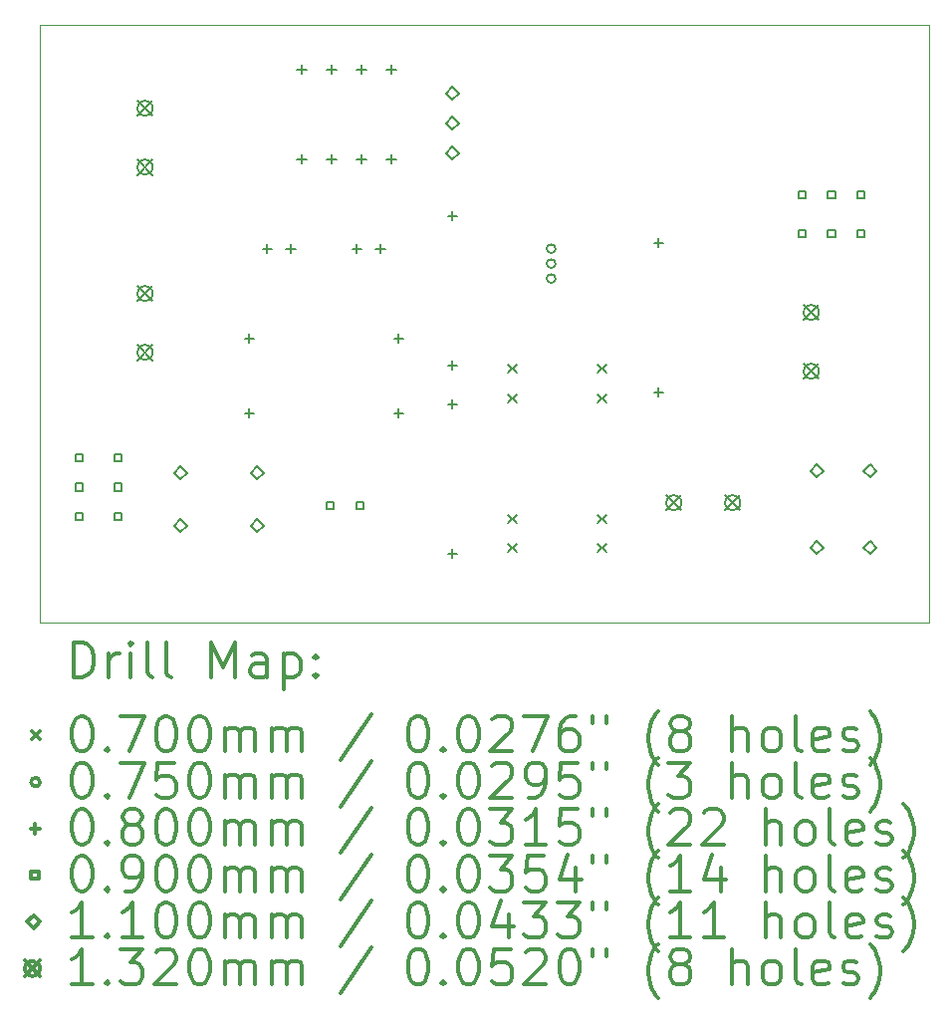
<source format=gbr>
%FSLAX45Y45*%
G04 Gerber Fmt 4.5, Leading zero omitted, Abs format (unit mm)*
G04 Created by KiCad (PCBNEW (5.1.10)-1) date 2021-10-13 19:13:32*
%MOMM*%
%LPD*%
G01*
G04 APERTURE LIST*
%TA.AperFunction,Profile*%
%ADD10C,0.050000*%
%TD*%
%ADD11C,0.200000*%
%ADD12C,0.300000*%
G04 APERTURE END LIST*
D10*
X17462500Y-6350000D02*
X9906000Y-6350000D01*
X17462500Y-11430000D02*
X17462500Y-6350000D01*
X9906000Y-11430000D02*
X17462500Y-11430000D01*
X9906000Y-6350000D02*
X9906000Y-11430000D01*
D11*
X13884200Y-9236000D02*
X13954200Y-9306000D01*
X13954200Y-9236000D02*
X13884200Y-9306000D01*
X13884200Y-9490000D02*
X13954200Y-9560000D01*
X13954200Y-9490000D02*
X13884200Y-9560000D01*
X13884200Y-10516000D02*
X13954200Y-10586000D01*
X13954200Y-10516000D02*
X13884200Y-10586000D01*
X13884200Y-10760000D02*
X13954200Y-10830000D01*
X13954200Y-10760000D02*
X13884200Y-10830000D01*
X14646200Y-9236000D02*
X14716200Y-9306000D01*
X14716200Y-9236000D02*
X14646200Y-9306000D01*
X14646200Y-9490000D02*
X14716200Y-9560000D01*
X14716200Y-9490000D02*
X14646200Y-9560000D01*
X14646200Y-10516000D02*
X14716200Y-10586000D01*
X14716200Y-10516000D02*
X14646200Y-10586000D01*
X14646200Y-10760000D02*
X14716200Y-10830000D01*
X14716200Y-10760000D02*
X14646200Y-10830000D01*
X14286900Y-8255000D02*
G75*
G03*
X14286900Y-8255000I-37500J0D01*
G01*
X14286900Y-8382000D02*
G75*
G03*
X14286900Y-8382000I-37500J0D01*
G01*
X14286900Y-8509000D02*
G75*
G03*
X14286900Y-8509000I-37500J0D01*
G01*
X11684000Y-8977000D02*
X11684000Y-9057000D01*
X11644000Y-9017000D02*
X11724000Y-9017000D01*
X11684000Y-9612000D02*
X11684000Y-9692000D01*
X11644000Y-9652000D02*
X11724000Y-9652000D01*
X11836400Y-8215000D02*
X11836400Y-8295000D01*
X11796400Y-8255000D02*
X11876400Y-8255000D01*
X12036400Y-8215000D02*
X12036400Y-8295000D01*
X11996400Y-8255000D02*
X12076400Y-8255000D01*
X12128500Y-6691000D02*
X12128500Y-6771000D01*
X12088500Y-6731000D02*
X12168500Y-6731000D01*
X12128500Y-7453000D02*
X12128500Y-7533000D01*
X12088500Y-7493000D02*
X12168500Y-7493000D01*
X12382500Y-6691000D02*
X12382500Y-6771000D01*
X12342500Y-6731000D02*
X12422500Y-6731000D01*
X12382500Y-7453000D02*
X12382500Y-7533000D01*
X12342500Y-7493000D02*
X12422500Y-7493000D01*
X12598400Y-8215000D02*
X12598400Y-8295000D01*
X12558400Y-8255000D02*
X12638400Y-8255000D01*
X12636500Y-6691000D02*
X12636500Y-6771000D01*
X12596500Y-6731000D02*
X12676500Y-6731000D01*
X12636500Y-7453000D02*
X12636500Y-7533000D01*
X12596500Y-7493000D02*
X12676500Y-7493000D01*
X12798400Y-8215000D02*
X12798400Y-8295000D01*
X12758400Y-8255000D02*
X12838400Y-8255000D01*
X12890500Y-6691000D02*
X12890500Y-6771000D01*
X12850500Y-6731000D02*
X12930500Y-6731000D01*
X12890500Y-7453000D02*
X12890500Y-7533000D01*
X12850500Y-7493000D02*
X12930500Y-7493000D01*
X12954000Y-8977000D02*
X12954000Y-9057000D01*
X12914000Y-9017000D02*
X12994000Y-9017000D01*
X12954000Y-9612000D02*
X12954000Y-9692000D01*
X12914000Y-9652000D02*
X12994000Y-9652000D01*
X13411200Y-7935600D02*
X13411200Y-8015600D01*
X13371200Y-7975600D02*
X13451200Y-7975600D01*
X13411200Y-9205600D02*
X13411200Y-9285600D01*
X13371200Y-9245600D02*
X13451200Y-9245600D01*
X13411200Y-9535800D02*
X13411200Y-9615800D01*
X13371200Y-9575800D02*
X13451200Y-9575800D01*
X13411200Y-10805800D02*
X13411200Y-10885800D01*
X13371200Y-10845800D02*
X13451200Y-10845800D01*
X15163800Y-8164200D02*
X15163800Y-8244200D01*
X15123800Y-8204200D02*
X15203800Y-8204200D01*
X15163800Y-9434200D02*
X15163800Y-9514200D01*
X15123800Y-9474200D02*
X15203800Y-9474200D01*
X10268220Y-10064820D02*
X10268220Y-10001180D01*
X10204580Y-10001180D01*
X10204580Y-10064820D01*
X10268220Y-10064820D01*
X10268220Y-10314820D02*
X10268220Y-10251180D01*
X10204580Y-10251180D01*
X10204580Y-10314820D01*
X10268220Y-10314820D01*
X10268220Y-10564820D02*
X10268220Y-10501180D01*
X10204580Y-10501180D01*
X10204580Y-10564820D01*
X10268220Y-10564820D01*
X10598220Y-10064820D02*
X10598220Y-10001180D01*
X10534580Y-10001180D01*
X10534580Y-10064820D01*
X10598220Y-10064820D01*
X10598220Y-10314820D02*
X10598220Y-10251180D01*
X10534580Y-10251180D01*
X10534580Y-10314820D01*
X10598220Y-10314820D01*
X10598220Y-10564820D02*
X10598220Y-10501180D01*
X10534580Y-10501180D01*
X10534580Y-10564820D01*
X10598220Y-10564820D01*
X12401620Y-10471220D02*
X12401620Y-10407580D01*
X12337980Y-10407580D01*
X12337980Y-10471220D01*
X12401620Y-10471220D01*
X12655620Y-10471220D02*
X12655620Y-10407580D01*
X12591980Y-10407580D01*
X12591980Y-10471220D01*
X12655620Y-10471220D01*
X16414820Y-7829620D02*
X16414820Y-7765980D01*
X16351180Y-7765980D01*
X16351180Y-7829620D01*
X16414820Y-7829620D01*
X16414820Y-8159620D02*
X16414820Y-8095980D01*
X16351180Y-8095980D01*
X16351180Y-8159620D01*
X16414820Y-8159620D01*
X16664820Y-7829620D02*
X16664820Y-7765980D01*
X16601180Y-7765980D01*
X16601180Y-7829620D01*
X16664820Y-7829620D01*
X16664820Y-8159620D02*
X16664820Y-8095980D01*
X16601180Y-8095980D01*
X16601180Y-8159620D01*
X16664820Y-8159620D01*
X16914820Y-7829620D02*
X16914820Y-7765980D01*
X16851180Y-7765980D01*
X16851180Y-7829620D01*
X16914820Y-7829620D01*
X16914820Y-8159620D02*
X16914820Y-8095980D01*
X16851180Y-8095980D01*
X16851180Y-8159620D01*
X16914820Y-8159620D01*
X11099800Y-10215000D02*
X11154800Y-10160000D01*
X11099800Y-10105000D01*
X11044800Y-10160000D01*
X11099800Y-10215000D01*
X11099800Y-10665000D02*
X11154800Y-10610000D01*
X11099800Y-10555000D01*
X11044800Y-10610000D01*
X11099800Y-10665000D01*
X11749800Y-10215000D02*
X11804800Y-10160000D01*
X11749800Y-10105000D01*
X11694800Y-10160000D01*
X11749800Y-10215000D01*
X11749800Y-10665000D02*
X11804800Y-10610000D01*
X11749800Y-10555000D01*
X11694800Y-10610000D01*
X11749800Y-10665000D01*
X13411200Y-6989200D02*
X13466200Y-6934200D01*
X13411200Y-6879200D01*
X13356200Y-6934200D01*
X13411200Y-6989200D01*
X13411200Y-7243200D02*
X13466200Y-7188200D01*
X13411200Y-7133200D01*
X13356200Y-7188200D01*
X13411200Y-7243200D01*
X13411200Y-7497200D02*
X13466200Y-7442200D01*
X13411200Y-7387200D01*
X13356200Y-7442200D01*
X13411200Y-7497200D01*
X16510000Y-10200000D02*
X16565000Y-10145000D01*
X16510000Y-10090000D01*
X16455000Y-10145000D01*
X16510000Y-10200000D01*
X16510000Y-10850000D02*
X16565000Y-10795000D01*
X16510000Y-10740000D01*
X16455000Y-10795000D01*
X16510000Y-10850000D01*
X16960000Y-10200000D02*
X17015000Y-10145000D01*
X16960000Y-10090000D01*
X16905000Y-10145000D01*
X16960000Y-10200000D01*
X16960000Y-10850000D02*
X17015000Y-10795000D01*
X16960000Y-10740000D01*
X16905000Y-10795000D01*
X16960000Y-10850000D01*
X10729000Y-6995200D02*
X10861000Y-7127200D01*
X10861000Y-6995200D02*
X10729000Y-7127200D01*
X10861000Y-7061200D02*
G75*
G03*
X10861000Y-7061200I-66000J0D01*
G01*
X10729000Y-7495200D02*
X10861000Y-7627200D01*
X10861000Y-7495200D02*
X10729000Y-7627200D01*
X10861000Y-7561200D02*
G75*
G03*
X10861000Y-7561200I-66000J0D01*
G01*
X10729000Y-8570000D02*
X10861000Y-8702000D01*
X10861000Y-8570000D02*
X10729000Y-8702000D01*
X10861000Y-8636000D02*
G75*
G03*
X10861000Y-8636000I-66000J0D01*
G01*
X10729000Y-9070000D02*
X10861000Y-9202000D01*
X10861000Y-9070000D02*
X10729000Y-9202000D01*
X10861000Y-9136000D02*
G75*
G03*
X10861000Y-9136000I-66000J0D01*
G01*
X15224800Y-10348000D02*
X15356800Y-10480000D01*
X15356800Y-10348000D02*
X15224800Y-10480000D01*
X15356800Y-10414000D02*
G75*
G03*
X15356800Y-10414000I-66000J0D01*
G01*
X15724800Y-10348000D02*
X15856800Y-10480000D01*
X15856800Y-10348000D02*
X15724800Y-10480000D01*
X15856800Y-10414000D02*
G75*
G03*
X15856800Y-10414000I-66000J0D01*
G01*
X16393200Y-8730400D02*
X16525200Y-8862400D01*
X16525200Y-8730400D02*
X16393200Y-8862400D01*
X16525200Y-8796400D02*
G75*
G03*
X16525200Y-8796400I-66000J0D01*
G01*
X16393200Y-9230400D02*
X16525200Y-9362400D01*
X16525200Y-9230400D02*
X16393200Y-9362400D01*
X16525200Y-9296400D02*
G75*
G03*
X16525200Y-9296400I-66000J0D01*
G01*
D12*
X10189928Y-11898214D02*
X10189928Y-11598214D01*
X10261357Y-11598214D01*
X10304214Y-11612500D01*
X10332786Y-11641071D01*
X10347071Y-11669643D01*
X10361357Y-11726786D01*
X10361357Y-11769643D01*
X10347071Y-11826786D01*
X10332786Y-11855357D01*
X10304214Y-11883929D01*
X10261357Y-11898214D01*
X10189928Y-11898214D01*
X10489928Y-11898214D02*
X10489928Y-11698214D01*
X10489928Y-11755357D02*
X10504214Y-11726786D01*
X10518500Y-11712500D01*
X10547071Y-11698214D01*
X10575643Y-11698214D01*
X10675643Y-11898214D02*
X10675643Y-11698214D01*
X10675643Y-11598214D02*
X10661357Y-11612500D01*
X10675643Y-11626786D01*
X10689928Y-11612500D01*
X10675643Y-11598214D01*
X10675643Y-11626786D01*
X10861357Y-11898214D02*
X10832786Y-11883929D01*
X10818500Y-11855357D01*
X10818500Y-11598214D01*
X11018500Y-11898214D02*
X10989928Y-11883929D01*
X10975643Y-11855357D01*
X10975643Y-11598214D01*
X11361357Y-11898214D02*
X11361357Y-11598214D01*
X11461357Y-11812500D01*
X11561357Y-11598214D01*
X11561357Y-11898214D01*
X11832786Y-11898214D02*
X11832786Y-11741071D01*
X11818500Y-11712500D01*
X11789928Y-11698214D01*
X11732786Y-11698214D01*
X11704214Y-11712500D01*
X11832786Y-11883929D02*
X11804214Y-11898214D01*
X11732786Y-11898214D01*
X11704214Y-11883929D01*
X11689928Y-11855357D01*
X11689928Y-11826786D01*
X11704214Y-11798214D01*
X11732786Y-11783929D01*
X11804214Y-11783929D01*
X11832786Y-11769643D01*
X11975643Y-11698214D02*
X11975643Y-11998214D01*
X11975643Y-11712500D02*
X12004214Y-11698214D01*
X12061357Y-11698214D01*
X12089928Y-11712500D01*
X12104214Y-11726786D01*
X12118500Y-11755357D01*
X12118500Y-11841071D01*
X12104214Y-11869643D01*
X12089928Y-11883929D01*
X12061357Y-11898214D01*
X12004214Y-11898214D01*
X11975643Y-11883929D01*
X12247071Y-11869643D02*
X12261357Y-11883929D01*
X12247071Y-11898214D01*
X12232786Y-11883929D01*
X12247071Y-11869643D01*
X12247071Y-11898214D01*
X12247071Y-11712500D02*
X12261357Y-11726786D01*
X12247071Y-11741071D01*
X12232786Y-11726786D01*
X12247071Y-11712500D01*
X12247071Y-11741071D01*
X9833500Y-12357500D02*
X9903500Y-12427500D01*
X9903500Y-12357500D02*
X9833500Y-12427500D01*
X10247071Y-12228214D02*
X10275643Y-12228214D01*
X10304214Y-12242500D01*
X10318500Y-12256786D01*
X10332786Y-12285357D01*
X10347071Y-12342500D01*
X10347071Y-12413929D01*
X10332786Y-12471071D01*
X10318500Y-12499643D01*
X10304214Y-12513929D01*
X10275643Y-12528214D01*
X10247071Y-12528214D01*
X10218500Y-12513929D01*
X10204214Y-12499643D01*
X10189928Y-12471071D01*
X10175643Y-12413929D01*
X10175643Y-12342500D01*
X10189928Y-12285357D01*
X10204214Y-12256786D01*
X10218500Y-12242500D01*
X10247071Y-12228214D01*
X10475643Y-12499643D02*
X10489928Y-12513929D01*
X10475643Y-12528214D01*
X10461357Y-12513929D01*
X10475643Y-12499643D01*
X10475643Y-12528214D01*
X10589928Y-12228214D02*
X10789928Y-12228214D01*
X10661357Y-12528214D01*
X10961357Y-12228214D02*
X10989928Y-12228214D01*
X11018500Y-12242500D01*
X11032786Y-12256786D01*
X11047071Y-12285357D01*
X11061357Y-12342500D01*
X11061357Y-12413929D01*
X11047071Y-12471071D01*
X11032786Y-12499643D01*
X11018500Y-12513929D01*
X10989928Y-12528214D01*
X10961357Y-12528214D01*
X10932786Y-12513929D01*
X10918500Y-12499643D01*
X10904214Y-12471071D01*
X10889928Y-12413929D01*
X10889928Y-12342500D01*
X10904214Y-12285357D01*
X10918500Y-12256786D01*
X10932786Y-12242500D01*
X10961357Y-12228214D01*
X11247071Y-12228214D02*
X11275643Y-12228214D01*
X11304214Y-12242500D01*
X11318500Y-12256786D01*
X11332786Y-12285357D01*
X11347071Y-12342500D01*
X11347071Y-12413929D01*
X11332786Y-12471071D01*
X11318500Y-12499643D01*
X11304214Y-12513929D01*
X11275643Y-12528214D01*
X11247071Y-12528214D01*
X11218500Y-12513929D01*
X11204214Y-12499643D01*
X11189928Y-12471071D01*
X11175643Y-12413929D01*
X11175643Y-12342500D01*
X11189928Y-12285357D01*
X11204214Y-12256786D01*
X11218500Y-12242500D01*
X11247071Y-12228214D01*
X11475643Y-12528214D02*
X11475643Y-12328214D01*
X11475643Y-12356786D02*
X11489928Y-12342500D01*
X11518500Y-12328214D01*
X11561357Y-12328214D01*
X11589928Y-12342500D01*
X11604214Y-12371071D01*
X11604214Y-12528214D01*
X11604214Y-12371071D02*
X11618500Y-12342500D01*
X11647071Y-12328214D01*
X11689928Y-12328214D01*
X11718500Y-12342500D01*
X11732786Y-12371071D01*
X11732786Y-12528214D01*
X11875643Y-12528214D02*
X11875643Y-12328214D01*
X11875643Y-12356786D02*
X11889928Y-12342500D01*
X11918500Y-12328214D01*
X11961357Y-12328214D01*
X11989928Y-12342500D01*
X12004214Y-12371071D01*
X12004214Y-12528214D01*
X12004214Y-12371071D02*
X12018500Y-12342500D01*
X12047071Y-12328214D01*
X12089928Y-12328214D01*
X12118500Y-12342500D01*
X12132786Y-12371071D01*
X12132786Y-12528214D01*
X12718500Y-12213929D02*
X12461357Y-12599643D01*
X13104214Y-12228214D02*
X13132786Y-12228214D01*
X13161357Y-12242500D01*
X13175643Y-12256786D01*
X13189928Y-12285357D01*
X13204214Y-12342500D01*
X13204214Y-12413929D01*
X13189928Y-12471071D01*
X13175643Y-12499643D01*
X13161357Y-12513929D01*
X13132786Y-12528214D01*
X13104214Y-12528214D01*
X13075643Y-12513929D01*
X13061357Y-12499643D01*
X13047071Y-12471071D01*
X13032786Y-12413929D01*
X13032786Y-12342500D01*
X13047071Y-12285357D01*
X13061357Y-12256786D01*
X13075643Y-12242500D01*
X13104214Y-12228214D01*
X13332786Y-12499643D02*
X13347071Y-12513929D01*
X13332786Y-12528214D01*
X13318500Y-12513929D01*
X13332786Y-12499643D01*
X13332786Y-12528214D01*
X13532786Y-12228214D02*
X13561357Y-12228214D01*
X13589928Y-12242500D01*
X13604214Y-12256786D01*
X13618500Y-12285357D01*
X13632786Y-12342500D01*
X13632786Y-12413929D01*
X13618500Y-12471071D01*
X13604214Y-12499643D01*
X13589928Y-12513929D01*
X13561357Y-12528214D01*
X13532786Y-12528214D01*
X13504214Y-12513929D01*
X13489928Y-12499643D01*
X13475643Y-12471071D01*
X13461357Y-12413929D01*
X13461357Y-12342500D01*
X13475643Y-12285357D01*
X13489928Y-12256786D01*
X13504214Y-12242500D01*
X13532786Y-12228214D01*
X13747071Y-12256786D02*
X13761357Y-12242500D01*
X13789928Y-12228214D01*
X13861357Y-12228214D01*
X13889928Y-12242500D01*
X13904214Y-12256786D01*
X13918500Y-12285357D01*
X13918500Y-12313929D01*
X13904214Y-12356786D01*
X13732786Y-12528214D01*
X13918500Y-12528214D01*
X14018500Y-12228214D02*
X14218500Y-12228214D01*
X14089928Y-12528214D01*
X14461357Y-12228214D02*
X14404214Y-12228214D01*
X14375643Y-12242500D01*
X14361357Y-12256786D01*
X14332786Y-12299643D01*
X14318500Y-12356786D01*
X14318500Y-12471071D01*
X14332786Y-12499643D01*
X14347071Y-12513929D01*
X14375643Y-12528214D01*
X14432786Y-12528214D01*
X14461357Y-12513929D01*
X14475643Y-12499643D01*
X14489928Y-12471071D01*
X14489928Y-12399643D01*
X14475643Y-12371071D01*
X14461357Y-12356786D01*
X14432786Y-12342500D01*
X14375643Y-12342500D01*
X14347071Y-12356786D01*
X14332786Y-12371071D01*
X14318500Y-12399643D01*
X14604214Y-12228214D02*
X14604214Y-12285357D01*
X14718500Y-12228214D02*
X14718500Y-12285357D01*
X15161357Y-12642500D02*
X15147071Y-12628214D01*
X15118500Y-12585357D01*
X15104214Y-12556786D01*
X15089928Y-12513929D01*
X15075643Y-12442500D01*
X15075643Y-12385357D01*
X15089928Y-12313929D01*
X15104214Y-12271071D01*
X15118500Y-12242500D01*
X15147071Y-12199643D01*
X15161357Y-12185357D01*
X15318500Y-12356786D02*
X15289928Y-12342500D01*
X15275643Y-12328214D01*
X15261357Y-12299643D01*
X15261357Y-12285357D01*
X15275643Y-12256786D01*
X15289928Y-12242500D01*
X15318500Y-12228214D01*
X15375643Y-12228214D01*
X15404214Y-12242500D01*
X15418500Y-12256786D01*
X15432786Y-12285357D01*
X15432786Y-12299643D01*
X15418500Y-12328214D01*
X15404214Y-12342500D01*
X15375643Y-12356786D01*
X15318500Y-12356786D01*
X15289928Y-12371071D01*
X15275643Y-12385357D01*
X15261357Y-12413929D01*
X15261357Y-12471071D01*
X15275643Y-12499643D01*
X15289928Y-12513929D01*
X15318500Y-12528214D01*
X15375643Y-12528214D01*
X15404214Y-12513929D01*
X15418500Y-12499643D01*
X15432786Y-12471071D01*
X15432786Y-12413929D01*
X15418500Y-12385357D01*
X15404214Y-12371071D01*
X15375643Y-12356786D01*
X15789928Y-12528214D02*
X15789928Y-12228214D01*
X15918500Y-12528214D02*
X15918500Y-12371071D01*
X15904214Y-12342500D01*
X15875643Y-12328214D01*
X15832786Y-12328214D01*
X15804214Y-12342500D01*
X15789928Y-12356786D01*
X16104214Y-12528214D02*
X16075643Y-12513929D01*
X16061357Y-12499643D01*
X16047071Y-12471071D01*
X16047071Y-12385357D01*
X16061357Y-12356786D01*
X16075643Y-12342500D01*
X16104214Y-12328214D01*
X16147071Y-12328214D01*
X16175643Y-12342500D01*
X16189928Y-12356786D01*
X16204214Y-12385357D01*
X16204214Y-12471071D01*
X16189928Y-12499643D01*
X16175643Y-12513929D01*
X16147071Y-12528214D01*
X16104214Y-12528214D01*
X16375643Y-12528214D02*
X16347071Y-12513929D01*
X16332786Y-12485357D01*
X16332786Y-12228214D01*
X16604214Y-12513929D02*
X16575643Y-12528214D01*
X16518500Y-12528214D01*
X16489928Y-12513929D01*
X16475643Y-12485357D01*
X16475643Y-12371071D01*
X16489928Y-12342500D01*
X16518500Y-12328214D01*
X16575643Y-12328214D01*
X16604214Y-12342500D01*
X16618500Y-12371071D01*
X16618500Y-12399643D01*
X16475643Y-12428214D01*
X16732786Y-12513929D02*
X16761357Y-12528214D01*
X16818500Y-12528214D01*
X16847071Y-12513929D01*
X16861357Y-12485357D01*
X16861357Y-12471071D01*
X16847071Y-12442500D01*
X16818500Y-12428214D01*
X16775643Y-12428214D01*
X16747071Y-12413929D01*
X16732786Y-12385357D01*
X16732786Y-12371071D01*
X16747071Y-12342500D01*
X16775643Y-12328214D01*
X16818500Y-12328214D01*
X16847071Y-12342500D01*
X16961357Y-12642500D02*
X16975643Y-12628214D01*
X17004214Y-12585357D01*
X17018500Y-12556786D01*
X17032786Y-12513929D01*
X17047071Y-12442500D01*
X17047071Y-12385357D01*
X17032786Y-12313929D01*
X17018500Y-12271071D01*
X17004214Y-12242500D01*
X16975643Y-12199643D01*
X16961357Y-12185357D01*
X9903500Y-12788500D02*
G75*
G03*
X9903500Y-12788500I-37500J0D01*
G01*
X10247071Y-12624214D02*
X10275643Y-12624214D01*
X10304214Y-12638500D01*
X10318500Y-12652786D01*
X10332786Y-12681357D01*
X10347071Y-12738500D01*
X10347071Y-12809929D01*
X10332786Y-12867071D01*
X10318500Y-12895643D01*
X10304214Y-12909929D01*
X10275643Y-12924214D01*
X10247071Y-12924214D01*
X10218500Y-12909929D01*
X10204214Y-12895643D01*
X10189928Y-12867071D01*
X10175643Y-12809929D01*
X10175643Y-12738500D01*
X10189928Y-12681357D01*
X10204214Y-12652786D01*
X10218500Y-12638500D01*
X10247071Y-12624214D01*
X10475643Y-12895643D02*
X10489928Y-12909929D01*
X10475643Y-12924214D01*
X10461357Y-12909929D01*
X10475643Y-12895643D01*
X10475643Y-12924214D01*
X10589928Y-12624214D02*
X10789928Y-12624214D01*
X10661357Y-12924214D01*
X11047071Y-12624214D02*
X10904214Y-12624214D01*
X10889928Y-12767071D01*
X10904214Y-12752786D01*
X10932786Y-12738500D01*
X11004214Y-12738500D01*
X11032786Y-12752786D01*
X11047071Y-12767071D01*
X11061357Y-12795643D01*
X11061357Y-12867071D01*
X11047071Y-12895643D01*
X11032786Y-12909929D01*
X11004214Y-12924214D01*
X10932786Y-12924214D01*
X10904214Y-12909929D01*
X10889928Y-12895643D01*
X11247071Y-12624214D02*
X11275643Y-12624214D01*
X11304214Y-12638500D01*
X11318500Y-12652786D01*
X11332786Y-12681357D01*
X11347071Y-12738500D01*
X11347071Y-12809929D01*
X11332786Y-12867071D01*
X11318500Y-12895643D01*
X11304214Y-12909929D01*
X11275643Y-12924214D01*
X11247071Y-12924214D01*
X11218500Y-12909929D01*
X11204214Y-12895643D01*
X11189928Y-12867071D01*
X11175643Y-12809929D01*
X11175643Y-12738500D01*
X11189928Y-12681357D01*
X11204214Y-12652786D01*
X11218500Y-12638500D01*
X11247071Y-12624214D01*
X11475643Y-12924214D02*
X11475643Y-12724214D01*
X11475643Y-12752786D02*
X11489928Y-12738500D01*
X11518500Y-12724214D01*
X11561357Y-12724214D01*
X11589928Y-12738500D01*
X11604214Y-12767071D01*
X11604214Y-12924214D01*
X11604214Y-12767071D02*
X11618500Y-12738500D01*
X11647071Y-12724214D01*
X11689928Y-12724214D01*
X11718500Y-12738500D01*
X11732786Y-12767071D01*
X11732786Y-12924214D01*
X11875643Y-12924214D02*
X11875643Y-12724214D01*
X11875643Y-12752786D02*
X11889928Y-12738500D01*
X11918500Y-12724214D01*
X11961357Y-12724214D01*
X11989928Y-12738500D01*
X12004214Y-12767071D01*
X12004214Y-12924214D01*
X12004214Y-12767071D02*
X12018500Y-12738500D01*
X12047071Y-12724214D01*
X12089928Y-12724214D01*
X12118500Y-12738500D01*
X12132786Y-12767071D01*
X12132786Y-12924214D01*
X12718500Y-12609929D02*
X12461357Y-12995643D01*
X13104214Y-12624214D02*
X13132786Y-12624214D01*
X13161357Y-12638500D01*
X13175643Y-12652786D01*
X13189928Y-12681357D01*
X13204214Y-12738500D01*
X13204214Y-12809929D01*
X13189928Y-12867071D01*
X13175643Y-12895643D01*
X13161357Y-12909929D01*
X13132786Y-12924214D01*
X13104214Y-12924214D01*
X13075643Y-12909929D01*
X13061357Y-12895643D01*
X13047071Y-12867071D01*
X13032786Y-12809929D01*
X13032786Y-12738500D01*
X13047071Y-12681357D01*
X13061357Y-12652786D01*
X13075643Y-12638500D01*
X13104214Y-12624214D01*
X13332786Y-12895643D02*
X13347071Y-12909929D01*
X13332786Y-12924214D01*
X13318500Y-12909929D01*
X13332786Y-12895643D01*
X13332786Y-12924214D01*
X13532786Y-12624214D02*
X13561357Y-12624214D01*
X13589928Y-12638500D01*
X13604214Y-12652786D01*
X13618500Y-12681357D01*
X13632786Y-12738500D01*
X13632786Y-12809929D01*
X13618500Y-12867071D01*
X13604214Y-12895643D01*
X13589928Y-12909929D01*
X13561357Y-12924214D01*
X13532786Y-12924214D01*
X13504214Y-12909929D01*
X13489928Y-12895643D01*
X13475643Y-12867071D01*
X13461357Y-12809929D01*
X13461357Y-12738500D01*
X13475643Y-12681357D01*
X13489928Y-12652786D01*
X13504214Y-12638500D01*
X13532786Y-12624214D01*
X13747071Y-12652786D02*
X13761357Y-12638500D01*
X13789928Y-12624214D01*
X13861357Y-12624214D01*
X13889928Y-12638500D01*
X13904214Y-12652786D01*
X13918500Y-12681357D01*
X13918500Y-12709929D01*
X13904214Y-12752786D01*
X13732786Y-12924214D01*
X13918500Y-12924214D01*
X14061357Y-12924214D02*
X14118500Y-12924214D01*
X14147071Y-12909929D01*
X14161357Y-12895643D01*
X14189928Y-12852786D01*
X14204214Y-12795643D01*
X14204214Y-12681357D01*
X14189928Y-12652786D01*
X14175643Y-12638500D01*
X14147071Y-12624214D01*
X14089928Y-12624214D01*
X14061357Y-12638500D01*
X14047071Y-12652786D01*
X14032786Y-12681357D01*
X14032786Y-12752786D01*
X14047071Y-12781357D01*
X14061357Y-12795643D01*
X14089928Y-12809929D01*
X14147071Y-12809929D01*
X14175643Y-12795643D01*
X14189928Y-12781357D01*
X14204214Y-12752786D01*
X14475643Y-12624214D02*
X14332786Y-12624214D01*
X14318500Y-12767071D01*
X14332786Y-12752786D01*
X14361357Y-12738500D01*
X14432786Y-12738500D01*
X14461357Y-12752786D01*
X14475643Y-12767071D01*
X14489928Y-12795643D01*
X14489928Y-12867071D01*
X14475643Y-12895643D01*
X14461357Y-12909929D01*
X14432786Y-12924214D01*
X14361357Y-12924214D01*
X14332786Y-12909929D01*
X14318500Y-12895643D01*
X14604214Y-12624214D02*
X14604214Y-12681357D01*
X14718500Y-12624214D02*
X14718500Y-12681357D01*
X15161357Y-13038500D02*
X15147071Y-13024214D01*
X15118500Y-12981357D01*
X15104214Y-12952786D01*
X15089928Y-12909929D01*
X15075643Y-12838500D01*
X15075643Y-12781357D01*
X15089928Y-12709929D01*
X15104214Y-12667071D01*
X15118500Y-12638500D01*
X15147071Y-12595643D01*
X15161357Y-12581357D01*
X15247071Y-12624214D02*
X15432786Y-12624214D01*
X15332786Y-12738500D01*
X15375643Y-12738500D01*
X15404214Y-12752786D01*
X15418500Y-12767071D01*
X15432786Y-12795643D01*
X15432786Y-12867071D01*
X15418500Y-12895643D01*
X15404214Y-12909929D01*
X15375643Y-12924214D01*
X15289928Y-12924214D01*
X15261357Y-12909929D01*
X15247071Y-12895643D01*
X15789928Y-12924214D02*
X15789928Y-12624214D01*
X15918500Y-12924214D02*
X15918500Y-12767071D01*
X15904214Y-12738500D01*
X15875643Y-12724214D01*
X15832786Y-12724214D01*
X15804214Y-12738500D01*
X15789928Y-12752786D01*
X16104214Y-12924214D02*
X16075643Y-12909929D01*
X16061357Y-12895643D01*
X16047071Y-12867071D01*
X16047071Y-12781357D01*
X16061357Y-12752786D01*
X16075643Y-12738500D01*
X16104214Y-12724214D01*
X16147071Y-12724214D01*
X16175643Y-12738500D01*
X16189928Y-12752786D01*
X16204214Y-12781357D01*
X16204214Y-12867071D01*
X16189928Y-12895643D01*
X16175643Y-12909929D01*
X16147071Y-12924214D01*
X16104214Y-12924214D01*
X16375643Y-12924214D02*
X16347071Y-12909929D01*
X16332786Y-12881357D01*
X16332786Y-12624214D01*
X16604214Y-12909929D02*
X16575643Y-12924214D01*
X16518500Y-12924214D01*
X16489928Y-12909929D01*
X16475643Y-12881357D01*
X16475643Y-12767071D01*
X16489928Y-12738500D01*
X16518500Y-12724214D01*
X16575643Y-12724214D01*
X16604214Y-12738500D01*
X16618500Y-12767071D01*
X16618500Y-12795643D01*
X16475643Y-12824214D01*
X16732786Y-12909929D02*
X16761357Y-12924214D01*
X16818500Y-12924214D01*
X16847071Y-12909929D01*
X16861357Y-12881357D01*
X16861357Y-12867071D01*
X16847071Y-12838500D01*
X16818500Y-12824214D01*
X16775643Y-12824214D01*
X16747071Y-12809929D01*
X16732786Y-12781357D01*
X16732786Y-12767071D01*
X16747071Y-12738500D01*
X16775643Y-12724214D01*
X16818500Y-12724214D01*
X16847071Y-12738500D01*
X16961357Y-13038500D02*
X16975643Y-13024214D01*
X17004214Y-12981357D01*
X17018500Y-12952786D01*
X17032786Y-12909929D01*
X17047071Y-12838500D01*
X17047071Y-12781357D01*
X17032786Y-12709929D01*
X17018500Y-12667071D01*
X17004214Y-12638500D01*
X16975643Y-12595643D01*
X16961357Y-12581357D01*
X9863500Y-13144500D02*
X9863500Y-13224500D01*
X9823500Y-13184500D02*
X9903500Y-13184500D01*
X10247071Y-13020214D02*
X10275643Y-13020214D01*
X10304214Y-13034500D01*
X10318500Y-13048786D01*
X10332786Y-13077357D01*
X10347071Y-13134500D01*
X10347071Y-13205929D01*
X10332786Y-13263071D01*
X10318500Y-13291643D01*
X10304214Y-13305929D01*
X10275643Y-13320214D01*
X10247071Y-13320214D01*
X10218500Y-13305929D01*
X10204214Y-13291643D01*
X10189928Y-13263071D01*
X10175643Y-13205929D01*
X10175643Y-13134500D01*
X10189928Y-13077357D01*
X10204214Y-13048786D01*
X10218500Y-13034500D01*
X10247071Y-13020214D01*
X10475643Y-13291643D02*
X10489928Y-13305929D01*
X10475643Y-13320214D01*
X10461357Y-13305929D01*
X10475643Y-13291643D01*
X10475643Y-13320214D01*
X10661357Y-13148786D02*
X10632786Y-13134500D01*
X10618500Y-13120214D01*
X10604214Y-13091643D01*
X10604214Y-13077357D01*
X10618500Y-13048786D01*
X10632786Y-13034500D01*
X10661357Y-13020214D01*
X10718500Y-13020214D01*
X10747071Y-13034500D01*
X10761357Y-13048786D01*
X10775643Y-13077357D01*
X10775643Y-13091643D01*
X10761357Y-13120214D01*
X10747071Y-13134500D01*
X10718500Y-13148786D01*
X10661357Y-13148786D01*
X10632786Y-13163071D01*
X10618500Y-13177357D01*
X10604214Y-13205929D01*
X10604214Y-13263071D01*
X10618500Y-13291643D01*
X10632786Y-13305929D01*
X10661357Y-13320214D01*
X10718500Y-13320214D01*
X10747071Y-13305929D01*
X10761357Y-13291643D01*
X10775643Y-13263071D01*
X10775643Y-13205929D01*
X10761357Y-13177357D01*
X10747071Y-13163071D01*
X10718500Y-13148786D01*
X10961357Y-13020214D02*
X10989928Y-13020214D01*
X11018500Y-13034500D01*
X11032786Y-13048786D01*
X11047071Y-13077357D01*
X11061357Y-13134500D01*
X11061357Y-13205929D01*
X11047071Y-13263071D01*
X11032786Y-13291643D01*
X11018500Y-13305929D01*
X10989928Y-13320214D01*
X10961357Y-13320214D01*
X10932786Y-13305929D01*
X10918500Y-13291643D01*
X10904214Y-13263071D01*
X10889928Y-13205929D01*
X10889928Y-13134500D01*
X10904214Y-13077357D01*
X10918500Y-13048786D01*
X10932786Y-13034500D01*
X10961357Y-13020214D01*
X11247071Y-13020214D02*
X11275643Y-13020214D01*
X11304214Y-13034500D01*
X11318500Y-13048786D01*
X11332786Y-13077357D01*
X11347071Y-13134500D01*
X11347071Y-13205929D01*
X11332786Y-13263071D01*
X11318500Y-13291643D01*
X11304214Y-13305929D01*
X11275643Y-13320214D01*
X11247071Y-13320214D01*
X11218500Y-13305929D01*
X11204214Y-13291643D01*
X11189928Y-13263071D01*
X11175643Y-13205929D01*
X11175643Y-13134500D01*
X11189928Y-13077357D01*
X11204214Y-13048786D01*
X11218500Y-13034500D01*
X11247071Y-13020214D01*
X11475643Y-13320214D02*
X11475643Y-13120214D01*
X11475643Y-13148786D02*
X11489928Y-13134500D01*
X11518500Y-13120214D01*
X11561357Y-13120214D01*
X11589928Y-13134500D01*
X11604214Y-13163071D01*
X11604214Y-13320214D01*
X11604214Y-13163071D02*
X11618500Y-13134500D01*
X11647071Y-13120214D01*
X11689928Y-13120214D01*
X11718500Y-13134500D01*
X11732786Y-13163071D01*
X11732786Y-13320214D01*
X11875643Y-13320214D02*
X11875643Y-13120214D01*
X11875643Y-13148786D02*
X11889928Y-13134500D01*
X11918500Y-13120214D01*
X11961357Y-13120214D01*
X11989928Y-13134500D01*
X12004214Y-13163071D01*
X12004214Y-13320214D01*
X12004214Y-13163071D02*
X12018500Y-13134500D01*
X12047071Y-13120214D01*
X12089928Y-13120214D01*
X12118500Y-13134500D01*
X12132786Y-13163071D01*
X12132786Y-13320214D01*
X12718500Y-13005929D02*
X12461357Y-13391643D01*
X13104214Y-13020214D02*
X13132786Y-13020214D01*
X13161357Y-13034500D01*
X13175643Y-13048786D01*
X13189928Y-13077357D01*
X13204214Y-13134500D01*
X13204214Y-13205929D01*
X13189928Y-13263071D01*
X13175643Y-13291643D01*
X13161357Y-13305929D01*
X13132786Y-13320214D01*
X13104214Y-13320214D01*
X13075643Y-13305929D01*
X13061357Y-13291643D01*
X13047071Y-13263071D01*
X13032786Y-13205929D01*
X13032786Y-13134500D01*
X13047071Y-13077357D01*
X13061357Y-13048786D01*
X13075643Y-13034500D01*
X13104214Y-13020214D01*
X13332786Y-13291643D02*
X13347071Y-13305929D01*
X13332786Y-13320214D01*
X13318500Y-13305929D01*
X13332786Y-13291643D01*
X13332786Y-13320214D01*
X13532786Y-13020214D02*
X13561357Y-13020214D01*
X13589928Y-13034500D01*
X13604214Y-13048786D01*
X13618500Y-13077357D01*
X13632786Y-13134500D01*
X13632786Y-13205929D01*
X13618500Y-13263071D01*
X13604214Y-13291643D01*
X13589928Y-13305929D01*
X13561357Y-13320214D01*
X13532786Y-13320214D01*
X13504214Y-13305929D01*
X13489928Y-13291643D01*
X13475643Y-13263071D01*
X13461357Y-13205929D01*
X13461357Y-13134500D01*
X13475643Y-13077357D01*
X13489928Y-13048786D01*
X13504214Y-13034500D01*
X13532786Y-13020214D01*
X13732786Y-13020214D02*
X13918500Y-13020214D01*
X13818500Y-13134500D01*
X13861357Y-13134500D01*
X13889928Y-13148786D01*
X13904214Y-13163071D01*
X13918500Y-13191643D01*
X13918500Y-13263071D01*
X13904214Y-13291643D01*
X13889928Y-13305929D01*
X13861357Y-13320214D01*
X13775643Y-13320214D01*
X13747071Y-13305929D01*
X13732786Y-13291643D01*
X14204214Y-13320214D02*
X14032786Y-13320214D01*
X14118500Y-13320214D02*
X14118500Y-13020214D01*
X14089928Y-13063071D01*
X14061357Y-13091643D01*
X14032786Y-13105929D01*
X14475643Y-13020214D02*
X14332786Y-13020214D01*
X14318500Y-13163071D01*
X14332786Y-13148786D01*
X14361357Y-13134500D01*
X14432786Y-13134500D01*
X14461357Y-13148786D01*
X14475643Y-13163071D01*
X14489928Y-13191643D01*
X14489928Y-13263071D01*
X14475643Y-13291643D01*
X14461357Y-13305929D01*
X14432786Y-13320214D01*
X14361357Y-13320214D01*
X14332786Y-13305929D01*
X14318500Y-13291643D01*
X14604214Y-13020214D02*
X14604214Y-13077357D01*
X14718500Y-13020214D02*
X14718500Y-13077357D01*
X15161357Y-13434500D02*
X15147071Y-13420214D01*
X15118500Y-13377357D01*
X15104214Y-13348786D01*
X15089928Y-13305929D01*
X15075643Y-13234500D01*
X15075643Y-13177357D01*
X15089928Y-13105929D01*
X15104214Y-13063071D01*
X15118500Y-13034500D01*
X15147071Y-12991643D01*
X15161357Y-12977357D01*
X15261357Y-13048786D02*
X15275643Y-13034500D01*
X15304214Y-13020214D01*
X15375643Y-13020214D01*
X15404214Y-13034500D01*
X15418500Y-13048786D01*
X15432786Y-13077357D01*
X15432786Y-13105929D01*
X15418500Y-13148786D01*
X15247071Y-13320214D01*
X15432786Y-13320214D01*
X15547071Y-13048786D02*
X15561357Y-13034500D01*
X15589928Y-13020214D01*
X15661357Y-13020214D01*
X15689928Y-13034500D01*
X15704214Y-13048786D01*
X15718500Y-13077357D01*
X15718500Y-13105929D01*
X15704214Y-13148786D01*
X15532786Y-13320214D01*
X15718500Y-13320214D01*
X16075643Y-13320214D02*
X16075643Y-13020214D01*
X16204214Y-13320214D02*
X16204214Y-13163071D01*
X16189928Y-13134500D01*
X16161357Y-13120214D01*
X16118500Y-13120214D01*
X16089928Y-13134500D01*
X16075643Y-13148786D01*
X16389928Y-13320214D02*
X16361357Y-13305929D01*
X16347071Y-13291643D01*
X16332786Y-13263071D01*
X16332786Y-13177357D01*
X16347071Y-13148786D01*
X16361357Y-13134500D01*
X16389928Y-13120214D01*
X16432786Y-13120214D01*
X16461357Y-13134500D01*
X16475643Y-13148786D01*
X16489928Y-13177357D01*
X16489928Y-13263071D01*
X16475643Y-13291643D01*
X16461357Y-13305929D01*
X16432786Y-13320214D01*
X16389928Y-13320214D01*
X16661357Y-13320214D02*
X16632786Y-13305929D01*
X16618500Y-13277357D01*
X16618500Y-13020214D01*
X16889928Y-13305929D02*
X16861357Y-13320214D01*
X16804214Y-13320214D01*
X16775643Y-13305929D01*
X16761357Y-13277357D01*
X16761357Y-13163071D01*
X16775643Y-13134500D01*
X16804214Y-13120214D01*
X16861357Y-13120214D01*
X16889928Y-13134500D01*
X16904214Y-13163071D01*
X16904214Y-13191643D01*
X16761357Y-13220214D01*
X17018500Y-13305929D02*
X17047071Y-13320214D01*
X17104214Y-13320214D01*
X17132786Y-13305929D01*
X17147071Y-13277357D01*
X17147071Y-13263071D01*
X17132786Y-13234500D01*
X17104214Y-13220214D01*
X17061357Y-13220214D01*
X17032786Y-13205929D01*
X17018500Y-13177357D01*
X17018500Y-13163071D01*
X17032786Y-13134500D01*
X17061357Y-13120214D01*
X17104214Y-13120214D01*
X17132786Y-13134500D01*
X17247071Y-13434500D02*
X17261357Y-13420214D01*
X17289928Y-13377357D01*
X17304214Y-13348786D01*
X17318500Y-13305929D01*
X17332786Y-13234500D01*
X17332786Y-13177357D01*
X17318500Y-13105929D01*
X17304214Y-13063071D01*
X17289928Y-13034500D01*
X17261357Y-12991643D01*
X17247071Y-12977357D01*
X9890320Y-13612320D02*
X9890320Y-13548680D01*
X9826680Y-13548680D01*
X9826680Y-13612320D01*
X9890320Y-13612320D01*
X10247071Y-13416214D02*
X10275643Y-13416214D01*
X10304214Y-13430500D01*
X10318500Y-13444786D01*
X10332786Y-13473357D01*
X10347071Y-13530500D01*
X10347071Y-13601929D01*
X10332786Y-13659071D01*
X10318500Y-13687643D01*
X10304214Y-13701929D01*
X10275643Y-13716214D01*
X10247071Y-13716214D01*
X10218500Y-13701929D01*
X10204214Y-13687643D01*
X10189928Y-13659071D01*
X10175643Y-13601929D01*
X10175643Y-13530500D01*
X10189928Y-13473357D01*
X10204214Y-13444786D01*
X10218500Y-13430500D01*
X10247071Y-13416214D01*
X10475643Y-13687643D02*
X10489928Y-13701929D01*
X10475643Y-13716214D01*
X10461357Y-13701929D01*
X10475643Y-13687643D01*
X10475643Y-13716214D01*
X10632786Y-13716214D02*
X10689928Y-13716214D01*
X10718500Y-13701929D01*
X10732786Y-13687643D01*
X10761357Y-13644786D01*
X10775643Y-13587643D01*
X10775643Y-13473357D01*
X10761357Y-13444786D01*
X10747071Y-13430500D01*
X10718500Y-13416214D01*
X10661357Y-13416214D01*
X10632786Y-13430500D01*
X10618500Y-13444786D01*
X10604214Y-13473357D01*
X10604214Y-13544786D01*
X10618500Y-13573357D01*
X10632786Y-13587643D01*
X10661357Y-13601929D01*
X10718500Y-13601929D01*
X10747071Y-13587643D01*
X10761357Y-13573357D01*
X10775643Y-13544786D01*
X10961357Y-13416214D02*
X10989928Y-13416214D01*
X11018500Y-13430500D01*
X11032786Y-13444786D01*
X11047071Y-13473357D01*
X11061357Y-13530500D01*
X11061357Y-13601929D01*
X11047071Y-13659071D01*
X11032786Y-13687643D01*
X11018500Y-13701929D01*
X10989928Y-13716214D01*
X10961357Y-13716214D01*
X10932786Y-13701929D01*
X10918500Y-13687643D01*
X10904214Y-13659071D01*
X10889928Y-13601929D01*
X10889928Y-13530500D01*
X10904214Y-13473357D01*
X10918500Y-13444786D01*
X10932786Y-13430500D01*
X10961357Y-13416214D01*
X11247071Y-13416214D02*
X11275643Y-13416214D01*
X11304214Y-13430500D01*
X11318500Y-13444786D01*
X11332786Y-13473357D01*
X11347071Y-13530500D01*
X11347071Y-13601929D01*
X11332786Y-13659071D01*
X11318500Y-13687643D01*
X11304214Y-13701929D01*
X11275643Y-13716214D01*
X11247071Y-13716214D01*
X11218500Y-13701929D01*
X11204214Y-13687643D01*
X11189928Y-13659071D01*
X11175643Y-13601929D01*
X11175643Y-13530500D01*
X11189928Y-13473357D01*
X11204214Y-13444786D01*
X11218500Y-13430500D01*
X11247071Y-13416214D01*
X11475643Y-13716214D02*
X11475643Y-13516214D01*
X11475643Y-13544786D02*
X11489928Y-13530500D01*
X11518500Y-13516214D01*
X11561357Y-13516214D01*
X11589928Y-13530500D01*
X11604214Y-13559071D01*
X11604214Y-13716214D01*
X11604214Y-13559071D02*
X11618500Y-13530500D01*
X11647071Y-13516214D01*
X11689928Y-13516214D01*
X11718500Y-13530500D01*
X11732786Y-13559071D01*
X11732786Y-13716214D01*
X11875643Y-13716214D02*
X11875643Y-13516214D01*
X11875643Y-13544786D02*
X11889928Y-13530500D01*
X11918500Y-13516214D01*
X11961357Y-13516214D01*
X11989928Y-13530500D01*
X12004214Y-13559071D01*
X12004214Y-13716214D01*
X12004214Y-13559071D02*
X12018500Y-13530500D01*
X12047071Y-13516214D01*
X12089928Y-13516214D01*
X12118500Y-13530500D01*
X12132786Y-13559071D01*
X12132786Y-13716214D01*
X12718500Y-13401929D02*
X12461357Y-13787643D01*
X13104214Y-13416214D02*
X13132786Y-13416214D01*
X13161357Y-13430500D01*
X13175643Y-13444786D01*
X13189928Y-13473357D01*
X13204214Y-13530500D01*
X13204214Y-13601929D01*
X13189928Y-13659071D01*
X13175643Y-13687643D01*
X13161357Y-13701929D01*
X13132786Y-13716214D01*
X13104214Y-13716214D01*
X13075643Y-13701929D01*
X13061357Y-13687643D01*
X13047071Y-13659071D01*
X13032786Y-13601929D01*
X13032786Y-13530500D01*
X13047071Y-13473357D01*
X13061357Y-13444786D01*
X13075643Y-13430500D01*
X13104214Y-13416214D01*
X13332786Y-13687643D02*
X13347071Y-13701929D01*
X13332786Y-13716214D01*
X13318500Y-13701929D01*
X13332786Y-13687643D01*
X13332786Y-13716214D01*
X13532786Y-13416214D02*
X13561357Y-13416214D01*
X13589928Y-13430500D01*
X13604214Y-13444786D01*
X13618500Y-13473357D01*
X13632786Y-13530500D01*
X13632786Y-13601929D01*
X13618500Y-13659071D01*
X13604214Y-13687643D01*
X13589928Y-13701929D01*
X13561357Y-13716214D01*
X13532786Y-13716214D01*
X13504214Y-13701929D01*
X13489928Y-13687643D01*
X13475643Y-13659071D01*
X13461357Y-13601929D01*
X13461357Y-13530500D01*
X13475643Y-13473357D01*
X13489928Y-13444786D01*
X13504214Y-13430500D01*
X13532786Y-13416214D01*
X13732786Y-13416214D02*
X13918500Y-13416214D01*
X13818500Y-13530500D01*
X13861357Y-13530500D01*
X13889928Y-13544786D01*
X13904214Y-13559071D01*
X13918500Y-13587643D01*
X13918500Y-13659071D01*
X13904214Y-13687643D01*
X13889928Y-13701929D01*
X13861357Y-13716214D01*
X13775643Y-13716214D01*
X13747071Y-13701929D01*
X13732786Y-13687643D01*
X14189928Y-13416214D02*
X14047071Y-13416214D01*
X14032786Y-13559071D01*
X14047071Y-13544786D01*
X14075643Y-13530500D01*
X14147071Y-13530500D01*
X14175643Y-13544786D01*
X14189928Y-13559071D01*
X14204214Y-13587643D01*
X14204214Y-13659071D01*
X14189928Y-13687643D01*
X14175643Y-13701929D01*
X14147071Y-13716214D01*
X14075643Y-13716214D01*
X14047071Y-13701929D01*
X14032786Y-13687643D01*
X14461357Y-13516214D02*
X14461357Y-13716214D01*
X14389928Y-13401929D02*
X14318500Y-13616214D01*
X14504214Y-13616214D01*
X14604214Y-13416214D02*
X14604214Y-13473357D01*
X14718500Y-13416214D02*
X14718500Y-13473357D01*
X15161357Y-13830500D02*
X15147071Y-13816214D01*
X15118500Y-13773357D01*
X15104214Y-13744786D01*
X15089928Y-13701929D01*
X15075643Y-13630500D01*
X15075643Y-13573357D01*
X15089928Y-13501929D01*
X15104214Y-13459071D01*
X15118500Y-13430500D01*
X15147071Y-13387643D01*
X15161357Y-13373357D01*
X15432786Y-13716214D02*
X15261357Y-13716214D01*
X15347071Y-13716214D02*
X15347071Y-13416214D01*
X15318500Y-13459071D01*
X15289928Y-13487643D01*
X15261357Y-13501929D01*
X15689928Y-13516214D02*
X15689928Y-13716214D01*
X15618500Y-13401929D02*
X15547071Y-13616214D01*
X15732786Y-13616214D01*
X16075643Y-13716214D02*
X16075643Y-13416214D01*
X16204214Y-13716214D02*
X16204214Y-13559071D01*
X16189928Y-13530500D01*
X16161357Y-13516214D01*
X16118500Y-13516214D01*
X16089928Y-13530500D01*
X16075643Y-13544786D01*
X16389928Y-13716214D02*
X16361357Y-13701929D01*
X16347071Y-13687643D01*
X16332786Y-13659071D01*
X16332786Y-13573357D01*
X16347071Y-13544786D01*
X16361357Y-13530500D01*
X16389928Y-13516214D01*
X16432786Y-13516214D01*
X16461357Y-13530500D01*
X16475643Y-13544786D01*
X16489928Y-13573357D01*
X16489928Y-13659071D01*
X16475643Y-13687643D01*
X16461357Y-13701929D01*
X16432786Y-13716214D01*
X16389928Y-13716214D01*
X16661357Y-13716214D02*
X16632786Y-13701929D01*
X16618500Y-13673357D01*
X16618500Y-13416214D01*
X16889928Y-13701929D02*
X16861357Y-13716214D01*
X16804214Y-13716214D01*
X16775643Y-13701929D01*
X16761357Y-13673357D01*
X16761357Y-13559071D01*
X16775643Y-13530500D01*
X16804214Y-13516214D01*
X16861357Y-13516214D01*
X16889928Y-13530500D01*
X16904214Y-13559071D01*
X16904214Y-13587643D01*
X16761357Y-13616214D01*
X17018500Y-13701929D02*
X17047071Y-13716214D01*
X17104214Y-13716214D01*
X17132786Y-13701929D01*
X17147071Y-13673357D01*
X17147071Y-13659071D01*
X17132786Y-13630500D01*
X17104214Y-13616214D01*
X17061357Y-13616214D01*
X17032786Y-13601929D01*
X17018500Y-13573357D01*
X17018500Y-13559071D01*
X17032786Y-13530500D01*
X17061357Y-13516214D01*
X17104214Y-13516214D01*
X17132786Y-13530500D01*
X17247071Y-13830500D02*
X17261357Y-13816214D01*
X17289928Y-13773357D01*
X17304214Y-13744786D01*
X17318500Y-13701929D01*
X17332786Y-13630500D01*
X17332786Y-13573357D01*
X17318500Y-13501929D01*
X17304214Y-13459071D01*
X17289928Y-13430500D01*
X17261357Y-13387643D01*
X17247071Y-13373357D01*
X9848500Y-14031500D02*
X9903500Y-13976500D01*
X9848500Y-13921500D01*
X9793500Y-13976500D01*
X9848500Y-14031500D01*
X10347071Y-14112214D02*
X10175643Y-14112214D01*
X10261357Y-14112214D02*
X10261357Y-13812214D01*
X10232786Y-13855071D01*
X10204214Y-13883643D01*
X10175643Y-13897929D01*
X10475643Y-14083643D02*
X10489928Y-14097929D01*
X10475643Y-14112214D01*
X10461357Y-14097929D01*
X10475643Y-14083643D01*
X10475643Y-14112214D01*
X10775643Y-14112214D02*
X10604214Y-14112214D01*
X10689928Y-14112214D02*
X10689928Y-13812214D01*
X10661357Y-13855071D01*
X10632786Y-13883643D01*
X10604214Y-13897929D01*
X10961357Y-13812214D02*
X10989928Y-13812214D01*
X11018500Y-13826500D01*
X11032786Y-13840786D01*
X11047071Y-13869357D01*
X11061357Y-13926500D01*
X11061357Y-13997929D01*
X11047071Y-14055071D01*
X11032786Y-14083643D01*
X11018500Y-14097929D01*
X10989928Y-14112214D01*
X10961357Y-14112214D01*
X10932786Y-14097929D01*
X10918500Y-14083643D01*
X10904214Y-14055071D01*
X10889928Y-13997929D01*
X10889928Y-13926500D01*
X10904214Y-13869357D01*
X10918500Y-13840786D01*
X10932786Y-13826500D01*
X10961357Y-13812214D01*
X11247071Y-13812214D02*
X11275643Y-13812214D01*
X11304214Y-13826500D01*
X11318500Y-13840786D01*
X11332786Y-13869357D01*
X11347071Y-13926500D01*
X11347071Y-13997929D01*
X11332786Y-14055071D01*
X11318500Y-14083643D01*
X11304214Y-14097929D01*
X11275643Y-14112214D01*
X11247071Y-14112214D01*
X11218500Y-14097929D01*
X11204214Y-14083643D01*
X11189928Y-14055071D01*
X11175643Y-13997929D01*
X11175643Y-13926500D01*
X11189928Y-13869357D01*
X11204214Y-13840786D01*
X11218500Y-13826500D01*
X11247071Y-13812214D01*
X11475643Y-14112214D02*
X11475643Y-13912214D01*
X11475643Y-13940786D02*
X11489928Y-13926500D01*
X11518500Y-13912214D01*
X11561357Y-13912214D01*
X11589928Y-13926500D01*
X11604214Y-13955071D01*
X11604214Y-14112214D01*
X11604214Y-13955071D02*
X11618500Y-13926500D01*
X11647071Y-13912214D01*
X11689928Y-13912214D01*
X11718500Y-13926500D01*
X11732786Y-13955071D01*
X11732786Y-14112214D01*
X11875643Y-14112214D02*
X11875643Y-13912214D01*
X11875643Y-13940786D02*
X11889928Y-13926500D01*
X11918500Y-13912214D01*
X11961357Y-13912214D01*
X11989928Y-13926500D01*
X12004214Y-13955071D01*
X12004214Y-14112214D01*
X12004214Y-13955071D02*
X12018500Y-13926500D01*
X12047071Y-13912214D01*
X12089928Y-13912214D01*
X12118500Y-13926500D01*
X12132786Y-13955071D01*
X12132786Y-14112214D01*
X12718500Y-13797929D02*
X12461357Y-14183643D01*
X13104214Y-13812214D02*
X13132786Y-13812214D01*
X13161357Y-13826500D01*
X13175643Y-13840786D01*
X13189928Y-13869357D01*
X13204214Y-13926500D01*
X13204214Y-13997929D01*
X13189928Y-14055071D01*
X13175643Y-14083643D01*
X13161357Y-14097929D01*
X13132786Y-14112214D01*
X13104214Y-14112214D01*
X13075643Y-14097929D01*
X13061357Y-14083643D01*
X13047071Y-14055071D01*
X13032786Y-13997929D01*
X13032786Y-13926500D01*
X13047071Y-13869357D01*
X13061357Y-13840786D01*
X13075643Y-13826500D01*
X13104214Y-13812214D01*
X13332786Y-14083643D02*
X13347071Y-14097929D01*
X13332786Y-14112214D01*
X13318500Y-14097929D01*
X13332786Y-14083643D01*
X13332786Y-14112214D01*
X13532786Y-13812214D02*
X13561357Y-13812214D01*
X13589928Y-13826500D01*
X13604214Y-13840786D01*
X13618500Y-13869357D01*
X13632786Y-13926500D01*
X13632786Y-13997929D01*
X13618500Y-14055071D01*
X13604214Y-14083643D01*
X13589928Y-14097929D01*
X13561357Y-14112214D01*
X13532786Y-14112214D01*
X13504214Y-14097929D01*
X13489928Y-14083643D01*
X13475643Y-14055071D01*
X13461357Y-13997929D01*
X13461357Y-13926500D01*
X13475643Y-13869357D01*
X13489928Y-13840786D01*
X13504214Y-13826500D01*
X13532786Y-13812214D01*
X13889928Y-13912214D02*
X13889928Y-14112214D01*
X13818500Y-13797929D02*
X13747071Y-14012214D01*
X13932786Y-14012214D01*
X14018500Y-13812214D02*
X14204214Y-13812214D01*
X14104214Y-13926500D01*
X14147071Y-13926500D01*
X14175643Y-13940786D01*
X14189928Y-13955071D01*
X14204214Y-13983643D01*
X14204214Y-14055071D01*
X14189928Y-14083643D01*
X14175643Y-14097929D01*
X14147071Y-14112214D01*
X14061357Y-14112214D01*
X14032786Y-14097929D01*
X14018500Y-14083643D01*
X14304214Y-13812214D02*
X14489928Y-13812214D01*
X14389928Y-13926500D01*
X14432786Y-13926500D01*
X14461357Y-13940786D01*
X14475643Y-13955071D01*
X14489928Y-13983643D01*
X14489928Y-14055071D01*
X14475643Y-14083643D01*
X14461357Y-14097929D01*
X14432786Y-14112214D01*
X14347071Y-14112214D01*
X14318500Y-14097929D01*
X14304214Y-14083643D01*
X14604214Y-13812214D02*
X14604214Y-13869357D01*
X14718500Y-13812214D02*
X14718500Y-13869357D01*
X15161357Y-14226500D02*
X15147071Y-14212214D01*
X15118500Y-14169357D01*
X15104214Y-14140786D01*
X15089928Y-14097929D01*
X15075643Y-14026500D01*
X15075643Y-13969357D01*
X15089928Y-13897929D01*
X15104214Y-13855071D01*
X15118500Y-13826500D01*
X15147071Y-13783643D01*
X15161357Y-13769357D01*
X15432786Y-14112214D02*
X15261357Y-14112214D01*
X15347071Y-14112214D02*
X15347071Y-13812214D01*
X15318500Y-13855071D01*
X15289928Y-13883643D01*
X15261357Y-13897929D01*
X15718500Y-14112214D02*
X15547071Y-14112214D01*
X15632786Y-14112214D02*
X15632786Y-13812214D01*
X15604214Y-13855071D01*
X15575643Y-13883643D01*
X15547071Y-13897929D01*
X16075643Y-14112214D02*
X16075643Y-13812214D01*
X16204214Y-14112214D02*
X16204214Y-13955071D01*
X16189928Y-13926500D01*
X16161357Y-13912214D01*
X16118500Y-13912214D01*
X16089928Y-13926500D01*
X16075643Y-13940786D01*
X16389928Y-14112214D02*
X16361357Y-14097929D01*
X16347071Y-14083643D01*
X16332786Y-14055071D01*
X16332786Y-13969357D01*
X16347071Y-13940786D01*
X16361357Y-13926500D01*
X16389928Y-13912214D01*
X16432786Y-13912214D01*
X16461357Y-13926500D01*
X16475643Y-13940786D01*
X16489928Y-13969357D01*
X16489928Y-14055071D01*
X16475643Y-14083643D01*
X16461357Y-14097929D01*
X16432786Y-14112214D01*
X16389928Y-14112214D01*
X16661357Y-14112214D02*
X16632786Y-14097929D01*
X16618500Y-14069357D01*
X16618500Y-13812214D01*
X16889928Y-14097929D02*
X16861357Y-14112214D01*
X16804214Y-14112214D01*
X16775643Y-14097929D01*
X16761357Y-14069357D01*
X16761357Y-13955071D01*
X16775643Y-13926500D01*
X16804214Y-13912214D01*
X16861357Y-13912214D01*
X16889928Y-13926500D01*
X16904214Y-13955071D01*
X16904214Y-13983643D01*
X16761357Y-14012214D01*
X17018500Y-14097929D02*
X17047071Y-14112214D01*
X17104214Y-14112214D01*
X17132786Y-14097929D01*
X17147071Y-14069357D01*
X17147071Y-14055071D01*
X17132786Y-14026500D01*
X17104214Y-14012214D01*
X17061357Y-14012214D01*
X17032786Y-13997929D01*
X17018500Y-13969357D01*
X17018500Y-13955071D01*
X17032786Y-13926500D01*
X17061357Y-13912214D01*
X17104214Y-13912214D01*
X17132786Y-13926500D01*
X17247071Y-14226500D02*
X17261357Y-14212214D01*
X17289928Y-14169357D01*
X17304214Y-14140786D01*
X17318500Y-14097929D01*
X17332786Y-14026500D01*
X17332786Y-13969357D01*
X17318500Y-13897929D01*
X17304214Y-13855071D01*
X17289928Y-13826500D01*
X17261357Y-13783643D01*
X17247071Y-13769357D01*
X9771500Y-14306500D02*
X9903500Y-14438500D01*
X9903500Y-14306500D02*
X9771500Y-14438500D01*
X9903500Y-14372500D02*
G75*
G03*
X9903500Y-14372500I-66000J0D01*
G01*
X10347071Y-14508214D02*
X10175643Y-14508214D01*
X10261357Y-14508214D02*
X10261357Y-14208214D01*
X10232786Y-14251071D01*
X10204214Y-14279643D01*
X10175643Y-14293929D01*
X10475643Y-14479643D02*
X10489928Y-14493929D01*
X10475643Y-14508214D01*
X10461357Y-14493929D01*
X10475643Y-14479643D01*
X10475643Y-14508214D01*
X10589928Y-14208214D02*
X10775643Y-14208214D01*
X10675643Y-14322500D01*
X10718500Y-14322500D01*
X10747071Y-14336786D01*
X10761357Y-14351071D01*
X10775643Y-14379643D01*
X10775643Y-14451071D01*
X10761357Y-14479643D01*
X10747071Y-14493929D01*
X10718500Y-14508214D01*
X10632786Y-14508214D01*
X10604214Y-14493929D01*
X10589928Y-14479643D01*
X10889928Y-14236786D02*
X10904214Y-14222500D01*
X10932786Y-14208214D01*
X11004214Y-14208214D01*
X11032786Y-14222500D01*
X11047071Y-14236786D01*
X11061357Y-14265357D01*
X11061357Y-14293929D01*
X11047071Y-14336786D01*
X10875643Y-14508214D01*
X11061357Y-14508214D01*
X11247071Y-14208214D02*
X11275643Y-14208214D01*
X11304214Y-14222500D01*
X11318500Y-14236786D01*
X11332786Y-14265357D01*
X11347071Y-14322500D01*
X11347071Y-14393929D01*
X11332786Y-14451071D01*
X11318500Y-14479643D01*
X11304214Y-14493929D01*
X11275643Y-14508214D01*
X11247071Y-14508214D01*
X11218500Y-14493929D01*
X11204214Y-14479643D01*
X11189928Y-14451071D01*
X11175643Y-14393929D01*
X11175643Y-14322500D01*
X11189928Y-14265357D01*
X11204214Y-14236786D01*
X11218500Y-14222500D01*
X11247071Y-14208214D01*
X11475643Y-14508214D02*
X11475643Y-14308214D01*
X11475643Y-14336786D02*
X11489928Y-14322500D01*
X11518500Y-14308214D01*
X11561357Y-14308214D01*
X11589928Y-14322500D01*
X11604214Y-14351071D01*
X11604214Y-14508214D01*
X11604214Y-14351071D02*
X11618500Y-14322500D01*
X11647071Y-14308214D01*
X11689928Y-14308214D01*
X11718500Y-14322500D01*
X11732786Y-14351071D01*
X11732786Y-14508214D01*
X11875643Y-14508214D02*
X11875643Y-14308214D01*
X11875643Y-14336786D02*
X11889928Y-14322500D01*
X11918500Y-14308214D01*
X11961357Y-14308214D01*
X11989928Y-14322500D01*
X12004214Y-14351071D01*
X12004214Y-14508214D01*
X12004214Y-14351071D02*
X12018500Y-14322500D01*
X12047071Y-14308214D01*
X12089928Y-14308214D01*
X12118500Y-14322500D01*
X12132786Y-14351071D01*
X12132786Y-14508214D01*
X12718500Y-14193929D02*
X12461357Y-14579643D01*
X13104214Y-14208214D02*
X13132786Y-14208214D01*
X13161357Y-14222500D01*
X13175643Y-14236786D01*
X13189928Y-14265357D01*
X13204214Y-14322500D01*
X13204214Y-14393929D01*
X13189928Y-14451071D01*
X13175643Y-14479643D01*
X13161357Y-14493929D01*
X13132786Y-14508214D01*
X13104214Y-14508214D01*
X13075643Y-14493929D01*
X13061357Y-14479643D01*
X13047071Y-14451071D01*
X13032786Y-14393929D01*
X13032786Y-14322500D01*
X13047071Y-14265357D01*
X13061357Y-14236786D01*
X13075643Y-14222500D01*
X13104214Y-14208214D01*
X13332786Y-14479643D02*
X13347071Y-14493929D01*
X13332786Y-14508214D01*
X13318500Y-14493929D01*
X13332786Y-14479643D01*
X13332786Y-14508214D01*
X13532786Y-14208214D02*
X13561357Y-14208214D01*
X13589928Y-14222500D01*
X13604214Y-14236786D01*
X13618500Y-14265357D01*
X13632786Y-14322500D01*
X13632786Y-14393929D01*
X13618500Y-14451071D01*
X13604214Y-14479643D01*
X13589928Y-14493929D01*
X13561357Y-14508214D01*
X13532786Y-14508214D01*
X13504214Y-14493929D01*
X13489928Y-14479643D01*
X13475643Y-14451071D01*
X13461357Y-14393929D01*
X13461357Y-14322500D01*
X13475643Y-14265357D01*
X13489928Y-14236786D01*
X13504214Y-14222500D01*
X13532786Y-14208214D01*
X13904214Y-14208214D02*
X13761357Y-14208214D01*
X13747071Y-14351071D01*
X13761357Y-14336786D01*
X13789928Y-14322500D01*
X13861357Y-14322500D01*
X13889928Y-14336786D01*
X13904214Y-14351071D01*
X13918500Y-14379643D01*
X13918500Y-14451071D01*
X13904214Y-14479643D01*
X13889928Y-14493929D01*
X13861357Y-14508214D01*
X13789928Y-14508214D01*
X13761357Y-14493929D01*
X13747071Y-14479643D01*
X14032786Y-14236786D02*
X14047071Y-14222500D01*
X14075643Y-14208214D01*
X14147071Y-14208214D01*
X14175643Y-14222500D01*
X14189928Y-14236786D01*
X14204214Y-14265357D01*
X14204214Y-14293929D01*
X14189928Y-14336786D01*
X14018500Y-14508214D01*
X14204214Y-14508214D01*
X14389928Y-14208214D02*
X14418500Y-14208214D01*
X14447071Y-14222500D01*
X14461357Y-14236786D01*
X14475643Y-14265357D01*
X14489928Y-14322500D01*
X14489928Y-14393929D01*
X14475643Y-14451071D01*
X14461357Y-14479643D01*
X14447071Y-14493929D01*
X14418500Y-14508214D01*
X14389928Y-14508214D01*
X14361357Y-14493929D01*
X14347071Y-14479643D01*
X14332786Y-14451071D01*
X14318500Y-14393929D01*
X14318500Y-14322500D01*
X14332786Y-14265357D01*
X14347071Y-14236786D01*
X14361357Y-14222500D01*
X14389928Y-14208214D01*
X14604214Y-14208214D02*
X14604214Y-14265357D01*
X14718500Y-14208214D02*
X14718500Y-14265357D01*
X15161357Y-14622500D02*
X15147071Y-14608214D01*
X15118500Y-14565357D01*
X15104214Y-14536786D01*
X15089928Y-14493929D01*
X15075643Y-14422500D01*
X15075643Y-14365357D01*
X15089928Y-14293929D01*
X15104214Y-14251071D01*
X15118500Y-14222500D01*
X15147071Y-14179643D01*
X15161357Y-14165357D01*
X15318500Y-14336786D02*
X15289928Y-14322500D01*
X15275643Y-14308214D01*
X15261357Y-14279643D01*
X15261357Y-14265357D01*
X15275643Y-14236786D01*
X15289928Y-14222500D01*
X15318500Y-14208214D01*
X15375643Y-14208214D01*
X15404214Y-14222500D01*
X15418500Y-14236786D01*
X15432786Y-14265357D01*
X15432786Y-14279643D01*
X15418500Y-14308214D01*
X15404214Y-14322500D01*
X15375643Y-14336786D01*
X15318500Y-14336786D01*
X15289928Y-14351071D01*
X15275643Y-14365357D01*
X15261357Y-14393929D01*
X15261357Y-14451071D01*
X15275643Y-14479643D01*
X15289928Y-14493929D01*
X15318500Y-14508214D01*
X15375643Y-14508214D01*
X15404214Y-14493929D01*
X15418500Y-14479643D01*
X15432786Y-14451071D01*
X15432786Y-14393929D01*
X15418500Y-14365357D01*
X15404214Y-14351071D01*
X15375643Y-14336786D01*
X15789928Y-14508214D02*
X15789928Y-14208214D01*
X15918500Y-14508214D02*
X15918500Y-14351071D01*
X15904214Y-14322500D01*
X15875643Y-14308214D01*
X15832786Y-14308214D01*
X15804214Y-14322500D01*
X15789928Y-14336786D01*
X16104214Y-14508214D02*
X16075643Y-14493929D01*
X16061357Y-14479643D01*
X16047071Y-14451071D01*
X16047071Y-14365357D01*
X16061357Y-14336786D01*
X16075643Y-14322500D01*
X16104214Y-14308214D01*
X16147071Y-14308214D01*
X16175643Y-14322500D01*
X16189928Y-14336786D01*
X16204214Y-14365357D01*
X16204214Y-14451071D01*
X16189928Y-14479643D01*
X16175643Y-14493929D01*
X16147071Y-14508214D01*
X16104214Y-14508214D01*
X16375643Y-14508214D02*
X16347071Y-14493929D01*
X16332786Y-14465357D01*
X16332786Y-14208214D01*
X16604214Y-14493929D02*
X16575643Y-14508214D01*
X16518500Y-14508214D01*
X16489928Y-14493929D01*
X16475643Y-14465357D01*
X16475643Y-14351071D01*
X16489928Y-14322500D01*
X16518500Y-14308214D01*
X16575643Y-14308214D01*
X16604214Y-14322500D01*
X16618500Y-14351071D01*
X16618500Y-14379643D01*
X16475643Y-14408214D01*
X16732786Y-14493929D02*
X16761357Y-14508214D01*
X16818500Y-14508214D01*
X16847071Y-14493929D01*
X16861357Y-14465357D01*
X16861357Y-14451071D01*
X16847071Y-14422500D01*
X16818500Y-14408214D01*
X16775643Y-14408214D01*
X16747071Y-14393929D01*
X16732786Y-14365357D01*
X16732786Y-14351071D01*
X16747071Y-14322500D01*
X16775643Y-14308214D01*
X16818500Y-14308214D01*
X16847071Y-14322500D01*
X16961357Y-14622500D02*
X16975643Y-14608214D01*
X17004214Y-14565357D01*
X17018500Y-14536786D01*
X17032786Y-14493929D01*
X17047071Y-14422500D01*
X17047071Y-14365357D01*
X17032786Y-14293929D01*
X17018500Y-14251071D01*
X17004214Y-14222500D01*
X16975643Y-14179643D01*
X16961357Y-14165357D01*
M02*

</source>
